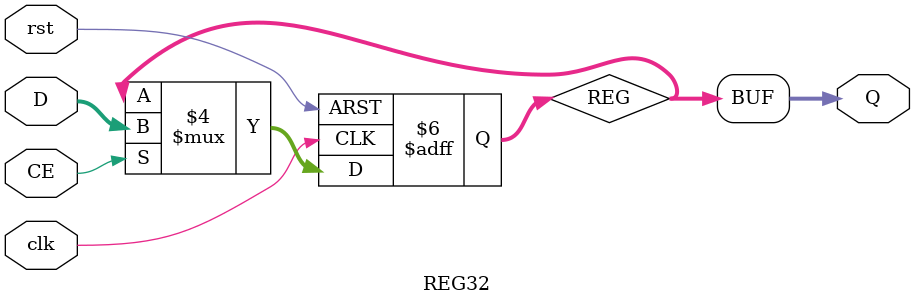
<source format=v>
`timescale 1ns / 1ps
module REG32(input clk,input rst,input CE,input [31:0]D,output [31:0]Q
    );
reg [31:0]REG;
assign Q = REG;
always @(posedge clk or posedge rst) 
	 begin if(rst==1) REG<=0;
	       else if(CE==1) REG<=D;
	 end


endmodule

</source>
